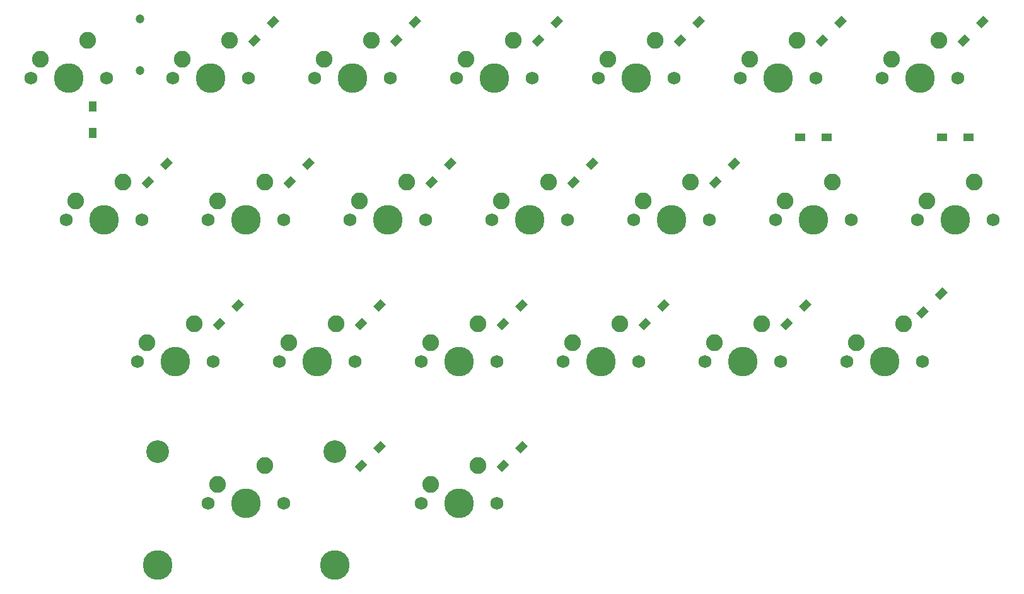
<source format=gbs>
G04 #@! TF.GenerationSoftware,KiCad,Pcbnew,(5.1.10-1-10_14)*
G04 #@! TF.CreationDate,2021-09-05T18:36:36+10:00*
G04 #@! TF.ProjectId,WTL-Split-Right,57544c2d-5370-46c6-9974-2d5269676874,rev?*
G04 #@! TF.SameCoordinates,Original*
G04 #@! TF.FileFunction,Soldermask,Bot*
G04 #@! TF.FilePolarity,Negative*
%FSLAX46Y46*%
G04 Gerber Fmt 4.6, Leading zero omitted, Abs format (unit mm)*
G04 Created by KiCad (PCBNEW (5.1.10-1-10_14)) date 2021-09-05 18:36:36*
%MOMM*%
%LPD*%
G01*
G04 APERTURE LIST*
%ADD10C,1.200000*%
%ADD11C,0.100000*%
%ADD12R,1.400000X1.000000*%
%ADD13R,1.000000X1.400000*%
%ADD14C,2.250000*%
%ADD15C,3.987800*%
%ADD16C,1.750000*%
%ADD17C,3.048000*%
G04 APERTURE END LIST*
D10*
X68262500Y-41837500D03*
X68262500Y-34837500D03*
D11*
G36*
X117155056Y-94069087D02*
G01*
X117862163Y-94776194D01*
X116872214Y-95766143D01*
X116165107Y-95059036D01*
X117155056Y-94069087D01*
G37*
G36*
X119665286Y-91558857D02*
G01*
X120372393Y-92265964D01*
X119382444Y-93255913D01*
X118675337Y-92548806D01*
X119665286Y-91558857D01*
G37*
G36*
X98105056Y-94069087D02*
G01*
X98812163Y-94776194D01*
X97822214Y-95766143D01*
X97115107Y-95059036D01*
X98105056Y-94069087D01*
G37*
G36*
X100615286Y-91558857D02*
G01*
X101322393Y-92265964D01*
X100332444Y-93255913D01*
X99625337Y-92548806D01*
X100615286Y-91558857D01*
G37*
G36*
X173511306Y-73431587D02*
G01*
X174218413Y-74138694D01*
X173228464Y-75128643D01*
X172521357Y-74421536D01*
X173511306Y-73431587D01*
G37*
G36*
X176021536Y-70921357D02*
G01*
X176728643Y-71628464D01*
X175738694Y-72618413D01*
X175031587Y-71911306D01*
X176021536Y-70921357D01*
G37*
G36*
X155255056Y-75019087D02*
G01*
X155962163Y-75726194D01*
X154972214Y-76716143D01*
X154265107Y-76009036D01*
X155255056Y-75019087D01*
G37*
G36*
X157765286Y-72508857D02*
G01*
X158472393Y-73215964D01*
X157482444Y-74205913D01*
X156775337Y-73498806D01*
X157765286Y-72508857D01*
G37*
G36*
X136205056Y-75019087D02*
G01*
X136912163Y-75726194D01*
X135922214Y-76716143D01*
X135215107Y-76009036D01*
X136205056Y-75019087D01*
G37*
G36*
X138715286Y-72508857D02*
G01*
X139422393Y-73215964D01*
X138432444Y-74205913D01*
X137725337Y-73498806D01*
X138715286Y-72508857D01*
G37*
G36*
X117155056Y-75019087D02*
G01*
X117862163Y-75726194D01*
X116872214Y-76716143D01*
X116165107Y-76009036D01*
X117155056Y-75019087D01*
G37*
G36*
X119665286Y-72508857D02*
G01*
X120372393Y-73215964D01*
X119382444Y-74205913D01*
X118675337Y-73498806D01*
X119665286Y-72508857D01*
G37*
G36*
X98105056Y-75019087D02*
G01*
X98812163Y-75726194D01*
X97822214Y-76716143D01*
X97115107Y-76009036D01*
X98105056Y-75019087D01*
G37*
G36*
X100615286Y-72508857D02*
G01*
X101322393Y-73215964D01*
X100332444Y-74205913D01*
X99625337Y-73498806D01*
X100615286Y-72508857D01*
G37*
G36*
X79055056Y-75019087D02*
G01*
X79762163Y-75726194D01*
X78772214Y-76716143D01*
X78065107Y-76009036D01*
X79055056Y-75019087D01*
G37*
G36*
X81565286Y-72508857D02*
G01*
X82272393Y-73215964D01*
X81282444Y-74205913D01*
X80575337Y-73498806D01*
X81565286Y-72508857D01*
G37*
D12*
X179575000Y-50800000D03*
X176025000Y-50800000D03*
X160525000Y-50800000D03*
X156975000Y-50800000D03*
D11*
G36*
X145730056Y-55969087D02*
G01*
X146437163Y-56676194D01*
X145447214Y-57666143D01*
X144740107Y-56959036D01*
X145730056Y-55969087D01*
G37*
G36*
X148240286Y-53458857D02*
G01*
X148947393Y-54165964D01*
X147957444Y-55155913D01*
X147250337Y-54448806D01*
X148240286Y-53458857D01*
G37*
G36*
X126680056Y-55969087D02*
G01*
X127387163Y-56676194D01*
X126397214Y-57666143D01*
X125690107Y-56959036D01*
X126680056Y-55969087D01*
G37*
G36*
X129190286Y-53458857D02*
G01*
X129897393Y-54165964D01*
X128907444Y-55155913D01*
X128200337Y-54448806D01*
X129190286Y-53458857D01*
G37*
G36*
X107630056Y-55969087D02*
G01*
X108337163Y-56676194D01*
X107347214Y-57666143D01*
X106640107Y-56959036D01*
X107630056Y-55969087D01*
G37*
G36*
X110140286Y-53458857D02*
G01*
X110847393Y-54165964D01*
X109857444Y-55155913D01*
X109150337Y-54448806D01*
X110140286Y-53458857D01*
G37*
G36*
X88580056Y-55969087D02*
G01*
X89287163Y-56676194D01*
X88297214Y-57666143D01*
X87590107Y-56959036D01*
X88580056Y-55969087D01*
G37*
G36*
X91090286Y-53458857D02*
G01*
X91797393Y-54165964D01*
X90807444Y-55155913D01*
X90100337Y-54448806D01*
X91090286Y-53458857D01*
G37*
G36*
X69530056Y-55969087D02*
G01*
X70237163Y-56676194D01*
X69247214Y-57666143D01*
X68540107Y-56959036D01*
X69530056Y-55969087D01*
G37*
G36*
X72040286Y-53458857D02*
G01*
X72747393Y-54165964D01*
X71757444Y-55155913D01*
X71050337Y-54448806D01*
X72040286Y-53458857D01*
G37*
G36*
X179067556Y-36919087D02*
G01*
X179774663Y-37626194D01*
X178784714Y-38616143D01*
X178077607Y-37909036D01*
X179067556Y-36919087D01*
G37*
G36*
X181577786Y-34408857D02*
G01*
X182284893Y-35115964D01*
X181294944Y-36105913D01*
X180587837Y-35398806D01*
X181577786Y-34408857D01*
G37*
G36*
X160017556Y-36919087D02*
G01*
X160724663Y-37626194D01*
X159734714Y-38616143D01*
X159027607Y-37909036D01*
X160017556Y-36919087D01*
G37*
G36*
X162527786Y-34408857D02*
G01*
X163234893Y-35115964D01*
X162244944Y-36105913D01*
X161537837Y-35398806D01*
X162527786Y-34408857D01*
G37*
G36*
X140967556Y-36919087D02*
G01*
X141674663Y-37626194D01*
X140684714Y-38616143D01*
X139977607Y-37909036D01*
X140967556Y-36919087D01*
G37*
G36*
X143477786Y-34408857D02*
G01*
X144184893Y-35115964D01*
X143194944Y-36105913D01*
X142487837Y-35398806D01*
X143477786Y-34408857D01*
G37*
G36*
X121917556Y-36919087D02*
G01*
X122624663Y-37626194D01*
X121634714Y-38616143D01*
X120927607Y-37909036D01*
X121917556Y-36919087D01*
G37*
G36*
X124427786Y-34408857D02*
G01*
X125134893Y-35115964D01*
X124144944Y-36105913D01*
X123437837Y-35398806D01*
X124427786Y-34408857D01*
G37*
G36*
X102867556Y-36919087D02*
G01*
X103574663Y-37626194D01*
X102584714Y-38616143D01*
X101877607Y-37909036D01*
X102867556Y-36919087D01*
G37*
G36*
X105377786Y-34408857D02*
G01*
X106084893Y-35115964D01*
X105094944Y-36105913D01*
X104387837Y-35398806D01*
X105377786Y-34408857D01*
G37*
G36*
X83817556Y-36919087D02*
G01*
X84524663Y-37626194D01*
X83534714Y-38616143D01*
X82827607Y-37909036D01*
X83817556Y-36919087D01*
G37*
G36*
X86327786Y-34408857D02*
G01*
X87034893Y-35115964D01*
X86044944Y-36105913D01*
X85337837Y-35398806D01*
X86327786Y-34408857D01*
G37*
D13*
X61912500Y-46643750D03*
X61912500Y-50193750D03*
D14*
X85090000Y-94932500D03*
D15*
X82550000Y-100012500D03*
D14*
X78740000Y-97472500D03*
D16*
X77470000Y-100012500D03*
X87630000Y-100012500D03*
D17*
X70643750Y-93027500D03*
X94456250Y-93027500D03*
D15*
X70643750Y-108267500D03*
X94456250Y-108267500D03*
D14*
X113665000Y-94932500D03*
D15*
X111125000Y-100012500D03*
D14*
X107315000Y-97472500D03*
D16*
X106045000Y-100012500D03*
X116205000Y-100012500D03*
D14*
X170815000Y-75882500D03*
D15*
X168275000Y-80962500D03*
D14*
X164465000Y-78422500D03*
D16*
X163195000Y-80962500D03*
X173355000Y-80962500D03*
D14*
X151765000Y-75882500D03*
D15*
X149225000Y-80962500D03*
D14*
X145415000Y-78422500D03*
D16*
X144145000Y-80962500D03*
X154305000Y-80962500D03*
D14*
X132715000Y-75882500D03*
D15*
X130175000Y-80962500D03*
D14*
X126365000Y-78422500D03*
D16*
X125095000Y-80962500D03*
X135255000Y-80962500D03*
D14*
X113665000Y-75882500D03*
D15*
X111125000Y-80962500D03*
D14*
X107315000Y-78422500D03*
D16*
X106045000Y-80962500D03*
X116205000Y-80962500D03*
D14*
X94615000Y-75882500D03*
D15*
X92075000Y-80962500D03*
D14*
X88265000Y-78422500D03*
D16*
X86995000Y-80962500D03*
X97155000Y-80962500D03*
D14*
X75565000Y-75882500D03*
D15*
X73025000Y-80962500D03*
D14*
X69215000Y-78422500D03*
D16*
X67945000Y-80962500D03*
X78105000Y-80962500D03*
D14*
X180340000Y-56832500D03*
D15*
X177800000Y-61912500D03*
D14*
X173990000Y-59372500D03*
D16*
X172720000Y-61912500D03*
X182880000Y-61912500D03*
D14*
X161290000Y-56832500D03*
D15*
X158750000Y-61912500D03*
D14*
X154940000Y-59372500D03*
D16*
X153670000Y-61912500D03*
X163830000Y-61912500D03*
D14*
X142240000Y-56832500D03*
D15*
X139700000Y-61912500D03*
D14*
X135890000Y-59372500D03*
D16*
X134620000Y-61912500D03*
X144780000Y-61912500D03*
D14*
X123190000Y-56832500D03*
D15*
X120650000Y-61912500D03*
D14*
X116840000Y-59372500D03*
D16*
X115570000Y-61912500D03*
X125730000Y-61912500D03*
D14*
X104140000Y-56832500D03*
D15*
X101600000Y-61912500D03*
D14*
X97790000Y-59372500D03*
D16*
X96520000Y-61912500D03*
X106680000Y-61912500D03*
D14*
X85090000Y-56832500D03*
D15*
X82550000Y-61912500D03*
D14*
X78740000Y-59372500D03*
D16*
X77470000Y-61912500D03*
X87630000Y-61912500D03*
D14*
X66040000Y-56832500D03*
D15*
X63500000Y-61912500D03*
D14*
X59690000Y-59372500D03*
D16*
X58420000Y-61912500D03*
X68580000Y-61912500D03*
D14*
X175577500Y-37782500D03*
D15*
X173037500Y-42862500D03*
D14*
X169227500Y-40322500D03*
D16*
X167957500Y-42862500D03*
X178117500Y-42862500D03*
D14*
X156527500Y-37782500D03*
D15*
X153987500Y-42862500D03*
D14*
X150177500Y-40322500D03*
D16*
X148907500Y-42862500D03*
X159067500Y-42862500D03*
D14*
X137477500Y-37782500D03*
D15*
X134937500Y-42862500D03*
D14*
X131127500Y-40322500D03*
D16*
X129857500Y-42862500D03*
X140017500Y-42862500D03*
D14*
X118427500Y-37782500D03*
D15*
X115887500Y-42862500D03*
D14*
X112077500Y-40322500D03*
D16*
X110807500Y-42862500D03*
X120967500Y-42862500D03*
D14*
X99377500Y-37782500D03*
D15*
X96837500Y-42862500D03*
D14*
X93027500Y-40322500D03*
D16*
X91757500Y-42862500D03*
X101917500Y-42862500D03*
D14*
X80327500Y-37782500D03*
D15*
X77787500Y-42862500D03*
D14*
X73977500Y-40322500D03*
D16*
X72707500Y-42862500D03*
X82867500Y-42862500D03*
D14*
X61277500Y-37782500D03*
D15*
X58737500Y-42862500D03*
D14*
X54927500Y-40322500D03*
D16*
X53657500Y-42862500D03*
X63817500Y-42862500D03*
M02*

</source>
